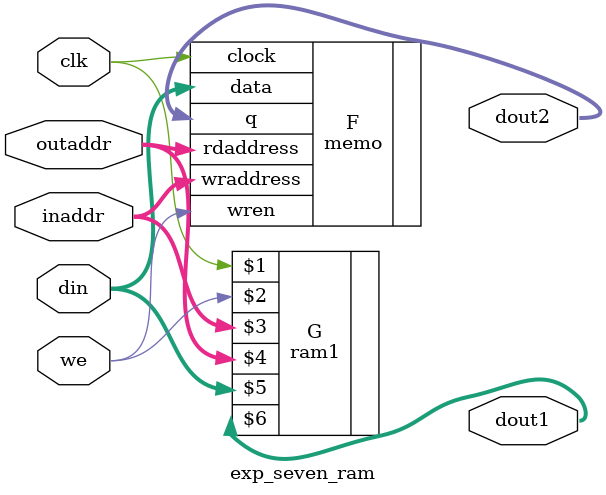
<source format=v>
module exp_seven_ram(clk,we,inaddr,outaddr,din,dout1,dout2);

input clk;
input we;
input [3:0]	inaddr;
input [3:0]	outaddr;
input [7:0] din;
output [7:0] dout1,dout2;

ram1 G(clk,we,inaddr,outaddr,din,dout1);
memo F(.clock(clk),.data(din),.rdaddress(outaddr),.wraddress(inaddr),.wren(we),.q(dout2));

endmodule

</source>
